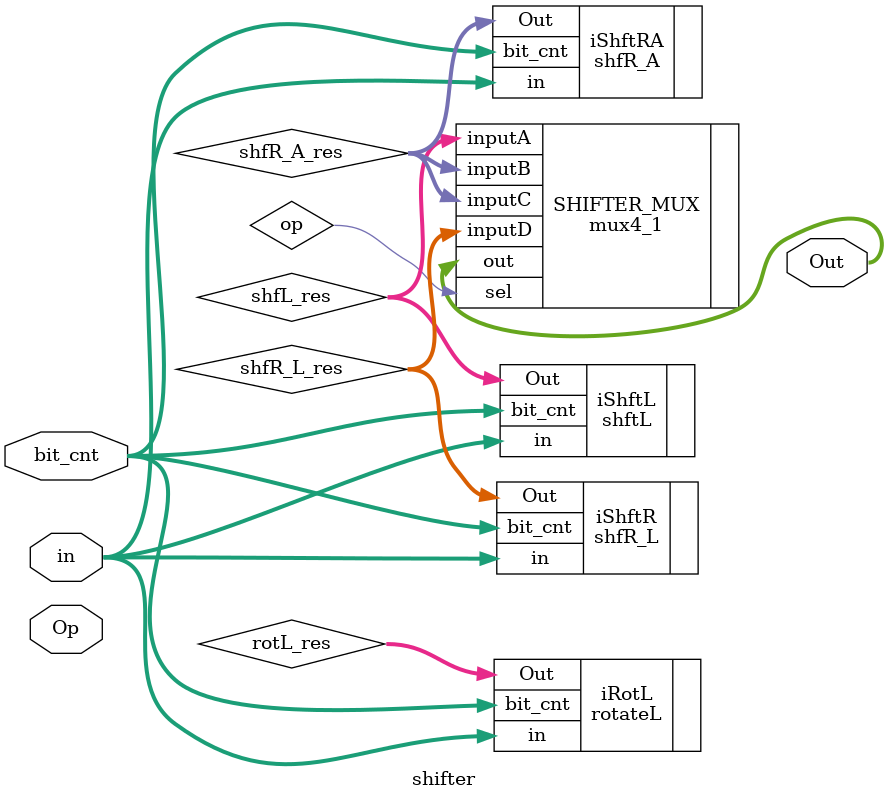
<source format=v>
/*
   CS/ECE 552 Spring '23
  
   Filename        : shifter.v
   Description     : This is the module for shifter operation.
*/
module shifter (in, bit_cnt, Op, Out);
	
	// instruction received
	input [15:0] in;
	// amount of bit to shft/rotate
	input [3:0] bit_cnt;
	// shft/rot opcode
	input [1:0] Op;
	
	output reg [15:0]  Out;

	// shift results
	wire [15:0] rotL_res, shfL_res, shfR_A_res, shfR_L_res;
	
	shftL iShftL(.in(in), .bit_cnt(bit_cnt), .Out(shfL_res));
	shfR_L iShftR(.in(in), .bit_cnt(bit_cnt), .Out(shfR_L_res));
	shfR_A iShftRA(.in(in), .bit_cnt(bit_cnt), .Out(shfR_A_res));
	rotateL iRotL(.in(in), .bit_cnt(bit_cnt), .Out(rotL_res));
	
	mux4_1 SHIFTER_MUX(.out(Out), .inputA(shfL_res), .inputB(shfR_A_res),
		.inputC(shfR_A_res), .inputD(shfR_L_res), .sel(op));

	   
endmodule

</source>
